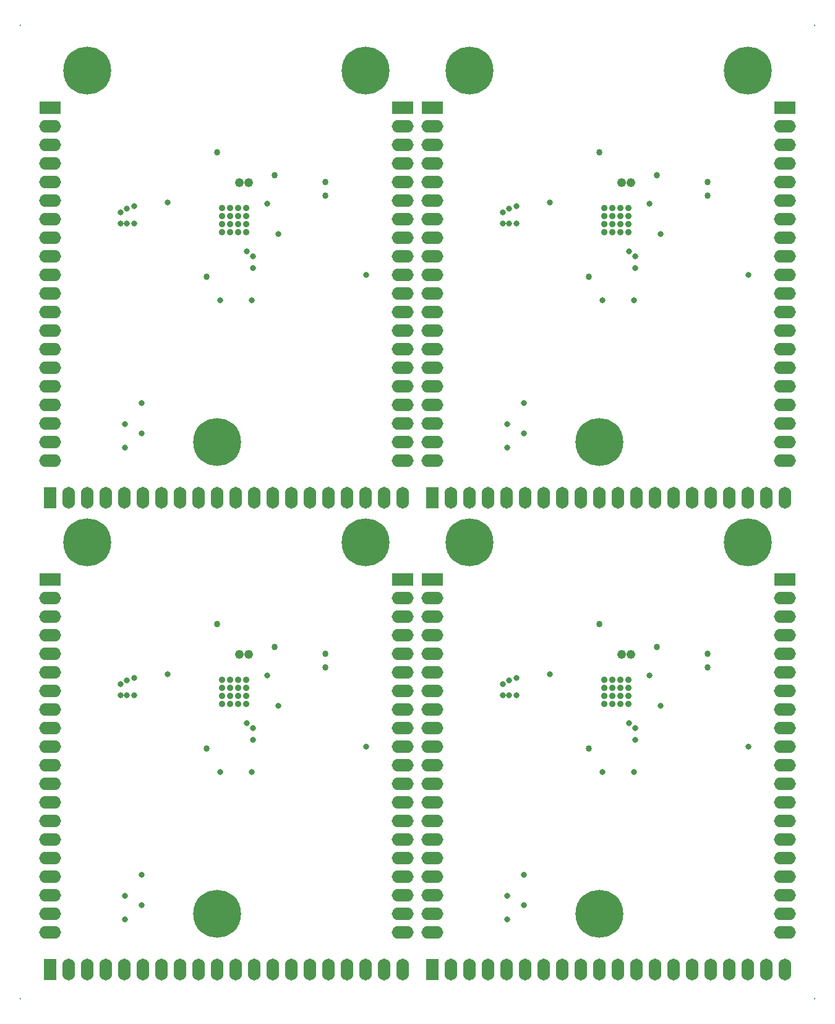
<source format=gbs>
G04 Layer_Color=16711935*
%FSLAX25Y25*%
%MOIN*%
G70*
G01*
G75*
%ADD47C,0.00800*%
%ADD48C,0.25800*%
%ADD49O,0.11800X0.06800*%
%ADD50R,0.11800X0.06800*%
%ADD51O,0.06800X0.11800*%
%ADD52R,0.06800X0.11800*%
%ADD53C,0.03602*%
%ADD54C,0.03200*%
%ADD55C,0.03400*%
%ADD56C,0.04800*%
D47*
X419874Y516374D02*
D03*
Y-7874D02*
D03*
X-7874D02*
D03*
X-7874Y516374D02*
D03*
D48*
X178000Y238000D02*
D03*
X28000D02*
D03*
X98000Y38000D02*
D03*
X384000Y238000D02*
D03*
X234000D02*
D03*
X304000Y38000D02*
D03*
X178000Y492000D02*
D03*
X28000D02*
D03*
X98000Y292000D02*
D03*
X384000Y492000D02*
D03*
X234000D02*
D03*
X304000Y292000D02*
D03*
D49*
X198000Y28000D02*
D03*
Y38000D02*
D03*
Y48000D02*
D03*
Y58000D02*
D03*
Y68000D02*
D03*
Y78000D02*
D03*
Y88000D02*
D03*
Y98000D02*
D03*
Y108000D02*
D03*
Y118000D02*
D03*
Y128000D02*
D03*
Y138000D02*
D03*
Y148000D02*
D03*
Y158000D02*
D03*
Y168000D02*
D03*
Y178000D02*
D03*
Y188000D02*
D03*
Y198000D02*
D03*
Y208000D02*
D03*
X8000Y28000D02*
D03*
Y38000D02*
D03*
Y48000D02*
D03*
Y58000D02*
D03*
Y68000D02*
D03*
Y78000D02*
D03*
Y88000D02*
D03*
Y98000D02*
D03*
Y108000D02*
D03*
Y118000D02*
D03*
Y128000D02*
D03*
Y138000D02*
D03*
Y148000D02*
D03*
Y158000D02*
D03*
Y168000D02*
D03*
Y178000D02*
D03*
Y188000D02*
D03*
Y198000D02*
D03*
Y208000D02*
D03*
X404000Y28000D02*
D03*
Y38000D02*
D03*
Y48000D02*
D03*
Y58000D02*
D03*
Y68000D02*
D03*
Y78000D02*
D03*
Y88000D02*
D03*
Y98000D02*
D03*
Y108000D02*
D03*
Y118000D02*
D03*
Y128000D02*
D03*
Y138000D02*
D03*
Y148000D02*
D03*
Y158000D02*
D03*
Y168000D02*
D03*
Y178000D02*
D03*
Y188000D02*
D03*
Y198000D02*
D03*
Y208000D02*
D03*
X214000Y28000D02*
D03*
Y38000D02*
D03*
Y48000D02*
D03*
Y58000D02*
D03*
Y68000D02*
D03*
Y78000D02*
D03*
Y88000D02*
D03*
Y98000D02*
D03*
Y108000D02*
D03*
Y118000D02*
D03*
Y128000D02*
D03*
Y138000D02*
D03*
Y148000D02*
D03*
Y158000D02*
D03*
Y168000D02*
D03*
Y178000D02*
D03*
Y188000D02*
D03*
Y198000D02*
D03*
Y208000D02*
D03*
X198000Y282000D02*
D03*
Y292000D02*
D03*
Y302000D02*
D03*
Y312000D02*
D03*
Y322000D02*
D03*
Y332000D02*
D03*
Y342000D02*
D03*
Y352000D02*
D03*
Y362000D02*
D03*
Y372000D02*
D03*
Y382000D02*
D03*
Y392000D02*
D03*
Y402000D02*
D03*
Y412000D02*
D03*
Y422000D02*
D03*
Y432000D02*
D03*
Y442000D02*
D03*
Y452000D02*
D03*
Y462000D02*
D03*
X8000Y282000D02*
D03*
Y292000D02*
D03*
Y302000D02*
D03*
Y312000D02*
D03*
Y322000D02*
D03*
Y332000D02*
D03*
Y342000D02*
D03*
Y352000D02*
D03*
Y362000D02*
D03*
Y372000D02*
D03*
Y382000D02*
D03*
Y392000D02*
D03*
Y402000D02*
D03*
Y412000D02*
D03*
Y422000D02*
D03*
Y432000D02*
D03*
Y442000D02*
D03*
Y452000D02*
D03*
Y462000D02*
D03*
X404000Y282000D02*
D03*
Y292000D02*
D03*
Y302000D02*
D03*
Y312000D02*
D03*
Y322000D02*
D03*
Y332000D02*
D03*
Y342000D02*
D03*
Y352000D02*
D03*
Y362000D02*
D03*
Y372000D02*
D03*
Y382000D02*
D03*
Y392000D02*
D03*
Y402000D02*
D03*
Y412000D02*
D03*
Y422000D02*
D03*
Y432000D02*
D03*
Y442000D02*
D03*
Y452000D02*
D03*
Y462000D02*
D03*
X214000Y282000D02*
D03*
Y292000D02*
D03*
Y302000D02*
D03*
Y312000D02*
D03*
Y322000D02*
D03*
Y332000D02*
D03*
Y342000D02*
D03*
Y352000D02*
D03*
Y362000D02*
D03*
Y372000D02*
D03*
Y382000D02*
D03*
Y392000D02*
D03*
Y402000D02*
D03*
Y412000D02*
D03*
Y422000D02*
D03*
Y432000D02*
D03*
Y442000D02*
D03*
Y452000D02*
D03*
Y462000D02*
D03*
D50*
X198000Y218000D02*
D03*
X8000D02*
D03*
X404000D02*
D03*
X214000D02*
D03*
X198000Y472000D02*
D03*
X8000D02*
D03*
X404000D02*
D03*
X214000D02*
D03*
D51*
X198000Y8000D02*
D03*
X188000D02*
D03*
X178000D02*
D03*
X168000D02*
D03*
X158000D02*
D03*
X148000D02*
D03*
X138000D02*
D03*
X128000D02*
D03*
X118000D02*
D03*
X108000D02*
D03*
X98000D02*
D03*
X88000D02*
D03*
X78000D02*
D03*
X68000D02*
D03*
X58000D02*
D03*
X48000D02*
D03*
X38000D02*
D03*
X28000D02*
D03*
X18000D02*
D03*
X404000D02*
D03*
X394000D02*
D03*
X384000D02*
D03*
X374000D02*
D03*
X364000D02*
D03*
X354000D02*
D03*
X344000D02*
D03*
X334000D02*
D03*
X324000D02*
D03*
X314000D02*
D03*
X304000D02*
D03*
X294000D02*
D03*
X284000D02*
D03*
X274000D02*
D03*
X264000D02*
D03*
X254000D02*
D03*
X244000D02*
D03*
X234000D02*
D03*
X224000D02*
D03*
X198000Y262000D02*
D03*
X188000D02*
D03*
X178000D02*
D03*
X168000D02*
D03*
X158000D02*
D03*
X148000D02*
D03*
X138000D02*
D03*
X128000D02*
D03*
X118000D02*
D03*
X108000D02*
D03*
X98000D02*
D03*
X88000D02*
D03*
X78000D02*
D03*
X68000D02*
D03*
X58000D02*
D03*
X48000D02*
D03*
X38000D02*
D03*
X28000D02*
D03*
X18000D02*
D03*
X404000D02*
D03*
X394000D02*
D03*
X384000D02*
D03*
X374000D02*
D03*
X364000D02*
D03*
X354000D02*
D03*
X344000D02*
D03*
X334000D02*
D03*
X324000D02*
D03*
X314000D02*
D03*
X304000D02*
D03*
X294000D02*
D03*
X284000D02*
D03*
X274000D02*
D03*
X264000D02*
D03*
X254000D02*
D03*
X244000D02*
D03*
X234000D02*
D03*
X224000D02*
D03*
D52*
X8000Y8000D02*
D03*
X214000D02*
D03*
X8000Y262000D02*
D03*
X214000D02*
D03*
D53*
X100551Y164004D02*
D03*
X104882D02*
D03*
X109213D02*
D03*
X113543D02*
D03*
X100551Y159673D02*
D03*
X104882D02*
D03*
X109213D02*
D03*
X113543D02*
D03*
X100551Y155342D02*
D03*
X104882D02*
D03*
X109213D02*
D03*
X113543D02*
D03*
X100551Y151012D02*
D03*
X104882D02*
D03*
X109213D02*
D03*
X113543D02*
D03*
X306551Y164004D02*
D03*
X310882D02*
D03*
X315213D02*
D03*
X319543D02*
D03*
X306551Y159673D02*
D03*
X310882D02*
D03*
X315213D02*
D03*
X319543D02*
D03*
X306551Y155342D02*
D03*
X310882D02*
D03*
X315213D02*
D03*
X319543D02*
D03*
X306551Y151012D02*
D03*
X310882D02*
D03*
X315213D02*
D03*
X319543D02*
D03*
X100551Y418004D02*
D03*
X104882D02*
D03*
X109213D02*
D03*
X113543D02*
D03*
X100551Y413673D02*
D03*
X104882D02*
D03*
X109213D02*
D03*
X113543D02*
D03*
X100551Y409342D02*
D03*
X104882D02*
D03*
X109213D02*
D03*
X113543D02*
D03*
X100551Y405012D02*
D03*
X104882D02*
D03*
X109213D02*
D03*
X113543D02*
D03*
X306551Y418004D02*
D03*
X310882D02*
D03*
X315213D02*
D03*
X319543D02*
D03*
X306551Y413673D02*
D03*
X310882D02*
D03*
X315213D02*
D03*
X319543D02*
D03*
X306551Y409342D02*
D03*
X310882D02*
D03*
X315213D02*
D03*
X319543D02*
D03*
X306551Y405012D02*
D03*
X310882D02*
D03*
X315213D02*
D03*
X319543D02*
D03*
D54*
X116700Y114200D02*
D03*
X99700Y114300D02*
D03*
X178500Y128000D02*
D03*
X71500Y167000D02*
D03*
X131000Y150000D02*
D03*
X124866Y166366D02*
D03*
X53500Y165000D02*
D03*
Y155500D02*
D03*
X57500Y42500D02*
D03*
Y59000D02*
D03*
X117500Y131500D02*
D03*
X48500Y35000D02*
D03*
Y47500D02*
D03*
X117500Y138000D02*
D03*
X49500Y163500D02*
D03*
X46000Y155500D02*
D03*
Y161500D02*
D03*
X49500Y155500D02*
D03*
X113937Y140500D02*
D03*
X322700Y114200D02*
D03*
X305700Y114300D02*
D03*
X384500Y128000D02*
D03*
X277500Y167000D02*
D03*
X337000Y150000D02*
D03*
X330866Y166366D02*
D03*
X259500Y165000D02*
D03*
Y155500D02*
D03*
X263500Y42500D02*
D03*
Y59000D02*
D03*
X323500Y131500D02*
D03*
X254500Y35000D02*
D03*
Y47500D02*
D03*
X323500Y138000D02*
D03*
X255500Y163500D02*
D03*
X252000Y155500D02*
D03*
Y161500D02*
D03*
X255500Y155500D02*
D03*
X319937Y140500D02*
D03*
X116700Y368200D02*
D03*
X99700Y368300D02*
D03*
X178500Y382000D02*
D03*
X71500Y421000D02*
D03*
X131000Y404000D02*
D03*
X124866Y420366D02*
D03*
X53500Y419000D02*
D03*
Y409500D02*
D03*
X57500Y296500D02*
D03*
Y313000D02*
D03*
X117500Y385500D02*
D03*
X48500Y289000D02*
D03*
Y301500D02*
D03*
X117500Y392000D02*
D03*
X49500Y417500D02*
D03*
X46000Y409500D02*
D03*
Y415500D02*
D03*
X49500Y409500D02*
D03*
X113937Y394500D02*
D03*
X322700Y368200D02*
D03*
X305700Y368300D02*
D03*
X384500Y382000D02*
D03*
X277500Y421000D02*
D03*
X337000Y404000D02*
D03*
X330866Y420366D02*
D03*
X259500Y419000D02*
D03*
Y409500D02*
D03*
X263500Y296500D02*
D03*
Y313000D02*
D03*
X323500Y385500D02*
D03*
X254500Y289000D02*
D03*
Y301500D02*
D03*
X323500Y392000D02*
D03*
X255500Y417500D02*
D03*
X252000Y409500D02*
D03*
Y415500D02*
D03*
X255500Y409500D02*
D03*
X319937Y394500D02*
D03*
D55*
X92228Y126847D02*
D03*
X156500Y170500D02*
D03*
Y178000D02*
D03*
X129000Y181500D02*
D03*
X98000Y194000D02*
D03*
X298228Y126847D02*
D03*
X362500Y170500D02*
D03*
Y178000D02*
D03*
X335000Y181500D02*
D03*
X304000Y194000D02*
D03*
X92228Y380847D02*
D03*
X156500Y424500D02*
D03*
Y432000D02*
D03*
X129000Y435500D02*
D03*
X98000Y448000D02*
D03*
X298228Y380847D02*
D03*
X362500Y424500D02*
D03*
Y432000D02*
D03*
X335000Y435500D02*
D03*
X304000Y448000D02*
D03*
D56*
X115000Y177500D02*
D03*
X110000D02*
D03*
X321000D02*
D03*
X316000D02*
D03*
X115000Y431500D02*
D03*
X110000D02*
D03*
X321000D02*
D03*
X316000D02*
D03*
M02*

</source>
